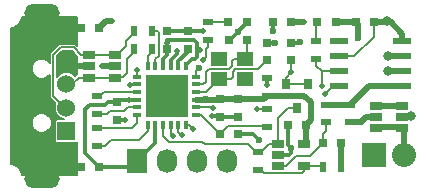
<source format=gbr>
G04 #@! TF.FileFunction,Copper,L1,Top,Signal*
%FSLAX46Y46*%
G04 Gerber Fmt 4.6, Leading zero omitted, Abs format (unit mm)*
G04 Created by KiCad (PCBNEW 4.0.5) date Monday, February 13, 2017 'AMt' 09:35:04 AM*
%MOMM*%
%LPD*%
G01*
G04 APERTURE LIST*
%ADD10C,0.100000*%
%ADD11R,0.750000X0.800000*%
%ADD12R,0.800000X0.750000*%
%ADD13R,0.800000X0.900000*%
%ADD14R,0.800000X0.800000*%
%ADD15R,1.060000X0.650000*%
%ADD16O,3.000000X1.500000*%
%ADD17R,1.524000X1.524000*%
%ADD18C,1.524000*%
%ADD19R,1.727200X2.032000*%
%ADD20O,1.727200X2.032000*%
%ADD21R,2.032000X2.032000*%
%ADD22O,2.032000X2.032000*%
%ADD23R,0.500000X0.900000*%
%ADD24R,0.900000X0.500000*%
%ADD25R,0.300000X0.800000*%
%ADD26R,0.800000X0.300000*%
%ADD27R,3.600000X3.600000*%
%ADD28R,1.550000X0.600000*%
%ADD29R,1.400000X1.200000*%
%ADD30C,0.600000*%
%ADD31C,0.500000*%
%ADD32C,0.800000*%
%ADD33C,0.500000*%
%ADD34C,0.300000*%
%ADD35C,0.160000*%
%ADD36C,0.200000*%
G04 APERTURE END LIST*
D10*
D11*
X103000000Y-68750000D03*
X103000000Y-67250000D03*
X107000000Y-62500000D03*
X107000000Y-64000000D03*
D12*
X114500000Y-60750000D03*
X116000000Y-60750000D03*
X103750000Y-62250000D03*
X105250000Y-62250000D03*
X104500000Y-70250000D03*
X103000000Y-70250000D03*
X91250000Y-61250000D03*
X92750000Y-61250000D03*
D11*
X100300000Y-61500000D03*
X100300000Y-63000000D03*
X109050000Y-62500000D03*
X109050000Y-64000000D03*
X104500000Y-68750000D03*
X104500000Y-67250000D03*
D12*
X108750000Y-69500000D03*
X110250000Y-69500000D03*
D11*
X94250000Y-69000000D03*
X94250000Y-67500000D03*
X98500000Y-61500000D03*
X98500000Y-63000000D03*
D12*
X113250000Y-71000000D03*
X111750000Y-71000000D03*
X107500000Y-60750000D03*
X109000000Y-60750000D03*
D13*
X110450000Y-66000000D03*
X108550000Y-66000000D03*
X109500000Y-68000000D03*
D14*
X103700000Y-60750000D03*
X105300000Y-60750000D03*
X111200000Y-60750000D03*
X112800000Y-60750000D03*
D15*
X91900000Y-63550000D03*
X91900000Y-64500000D03*
X91900000Y-65450000D03*
X94100000Y-65450000D03*
X94100000Y-63550000D03*
X94100000Y-64500000D03*
X116200000Y-67850000D03*
X116200000Y-68800000D03*
X116200000Y-69750000D03*
X118400000Y-69750000D03*
X118400000Y-67850000D03*
X118400000Y-68800000D03*
D16*
X87900000Y-60000000D03*
D17*
X90000000Y-70000000D03*
D18*
X90000000Y-68000000D03*
X90000000Y-66000000D03*
X90000000Y-64000000D03*
D16*
X87900000Y-74000000D03*
D19*
X96000000Y-72500000D03*
D20*
X98540000Y-72500000D03*
X101080000Y-72500000D03*
X103620000Y-72500000D03*
D21*
X116000000Y-72000000D03*
D22*
X118540000Y-72000000D03*
D23*
X95750000Y-61500000D03*
X97250000Y-61500000D03*
X95750000Y-63000000D03*
X97250000Y-63000000D03*
D24*
X107000000Y-68150000D03*
X107000000Y-69650000D03*
X106250000Y-71750000D03*
X106250000Y-73250000D03*
X107000000Y-67000000D03*
X107000000Y-65500000D03*
D23*
X111750000Y-73000000D03*
X113250000Y-73000000D03*
D24*
X92600000Y-71250000D03*
X92600000Y-69750000D03*
X92600000Y-67000000D03*
X92600000Y-68500000D03*
X112000000Y-69250000D03*
X112000000Y-67750000D03*
X102000000Y-62250000D03*
X102000000Y-60750000D03*
X111150000Y-63850000D03*
X111150000Y-62350000D03*
X114000000Y-67750000D03*
X114000000Y-69250000D03*
D25*
X96875000Y-69500000D03*
X97525000Y-69500000D03*
X98175000Y-69500000D03*
X98825000Y-69500000D03*
X99475000Y-69500000D03*
X100125000Y-69500000D03*
D26*
X101000000Y-68625000D03*
X101000000Y-67975000D03*
X101000000Y-67325000D03*
X101000000Y-66675000D03*
X101000000Y-66025000D03*
X101000000Y-65375000D03*
D25*
X100125000Y-64500000D03*
X99475000Y-64500000D03*
X98825000Y-64500000D03*
X98175000Y-64500000D03*
X97525000Y-64500000D03*
X96875000Y-64500000D03*
D26*
X96000000Y-65375000D03*
X96000000Y-66025000D03*
X96000000Y-66675000D03*
X96000000Y-67325000D03*
X96000000Y-67975000D03*
X96000000Y-68625000D03*
D27*
X98500000Y-67000000D03*
D15*
X107900000Y-71050000D03*
X107900000Y-72000000D03*
X107900000Y-72950000D03*
X110100000Y-72950000D03*
X110100000Y-71050000D03*
D28*
X113050000Y-62345000D03*
X113050000Y-63615000D03*
X113050000Y-64885000D03*
X113050000Y-66155000D03*
X118450000Y-66155000D03*
X118450000Y-64885000D03*
X118450000Y-63615000D03*
X118450000Y-62345000D03*
D29*
X102900000Y-65600000D03*
X105100000Y-65600000D03*
X105100000Y-63900000D03*
X102900000Y-63900000D03*
D12*
X91250000Y-73000000D03*
X92750000Y-73000000D03*
D30*
X88100000Y-63150000D03*
X90100000Y-60850000D03*
X113250000Y-71900000D03*
X114900000Y-69250000D03*
X114650000Y-62100000D03*
X107700000Y-62500000D03*
X107500000Y-61500000D03*
X109750000Y-62450000D03*
X104500000Y-61550000D03*
X109000000Y-71400000D03*
X106300000Y-70750000D03*
X90500000Y-73000000D03*
D31*
X101600000Y-61500000D03*
X99600000Y-66000000D03*
X102300000Y-68700000D03*
X99600000Y-68300000D03*
X97450000Y-68300000D03*
X95000000Y-69000000D03*
X99400000Y-63200000D03*
X93900000Y-60650000D03*
X93050000Y-64500000D03*
X110100000Y-60750000D03*
D32*
X119200000Y-68700000D03*
X117100000Y-60700000D03*
D31*
X99000000Y-70400000D03*
X109050000Y-65000000D03*
D30*
X101800000Y-67300000D03*
X101200000Y-64650000D03*
D31*
X98500000Y-62500000D03*
X95275000Y-67325000D03*
X106150000Y-68150000D03*
X106950000Y-66050000D03*
X101300000Y-63150000D03*
X117200000Y-67850000D03*
D32*
X117200000Y-64900000D03*
X117200000Y-63600000D03*
D31*
X96000000Y-64800000D03*
X95350000Y-66050000D03*
X101550000Y-64000000D03*
X102400000Y-68000000D03*
X111600000Y-66150000D03*
X100700000Y-69800000D03*
X111900000Y-66800000D03*
X99750000Y-70300000D03*
D33*
X87900000Y-60000000D02*
X87900000Y-62950000D01*
X87900000Y-62950000D02*
X88100000Y-63150000D01*
X91250000Y-61250000D02*
X90500000Y-61250000D01*
X90500000Y-61250000D02*
X90100000Y-60850000D01*
X113250000Y-71000000D02*
X113250000Y-71900000D01*
X113250000Y-71900000D02*
X113250000Y-73000000D01*
X116200000Y-68800000D02*
X115350000Y-68800000D01*
X114900000Y-69250000D02*
X114000000Y-69250000D01*
X115350000Y-68800000D02*
X114900000Y-69250000D01*
X112800000Y-60750000D02*
X114500000Y-60750000D01*
X114500000Y-60750000D02*
X114650000Y-60900000D01*
X114650000Y-60900000D02*
X114650000Y-62100000D01*
D34*
X107000000Y-62500000D02*
X107700000Y-62500000D01*
X107500000Y-60750000D02*
X107500000Y-61450000D01*
X107500000Y-61450000D02*
X107500000Y-61500000D01*
X109050000Y-62500000D02*
X109700000Y-62500000D01*
X109700000Y-62500000D02*
X109750000Y-62450000D01*
X105300000Y-60750000D02*
X104500000Y-61550000D01*
X104500000Y-61600000D02*
X104500000Y-61550000D01*
X104500000Y-61600000D02*
X103850000Y-62250000D01*
X103750000Y-62250000D02*
X103850000Y-62250000D01*
X107900000Y-72000000D02*
X108850000Y-72000000D01*
X108750000Y-71150000D02*
X109000000Y-71400000D01*
X108750000Y-71150000D02*
X108750000Y-69500000D01*
X109000000Y-71850000D02*
X109000000Y-71400000D01*
X108850000Y-72000000D02*
X109000000Y-71850000D01*
X104500000Y-70250000D02*
X105800000Y-70250000D01*
X105800000Y-70250000D02*
X106300000Y-70750000D01*
X91250000Y-73000000D02*
X90500000Y-73000000D01*
X98500000Y-61500000D02*
X100300000Y-61500000D01*
X100300000Y-61500000D02*
X101600000Y-61500000D01*
X99600000Y-66000000D02*
X98600000Y-67000000D01*
X98600000Y-67000000D02*
X98500000Y-67000000D01*
X104500000Y-68750000D02*
X103000000Y-68750000D01*
X103000000Y-68750000D02*
X102950000Y-68700000D01*
X102950000Y-68700000D02*
X102300000Y-68700000D01*
X99600000Y-68300000D02*
X98500000Y-67200000D01*
X98500000Y-67200000D02*
X98500000Y-67000000D01*
X97450000Y-68300000D02*
X98500000Y-67250000D01*
X98500000Y-67250000D02*
X98500000Y-67000000D01*
X94250000Y-69000000D02*
X95000000Y-69000000D01*
D33*
X91200000Y-61200000D02*
X91250000Y-61250000D01*
X91900000Y-64500000D02*
X90500000Y-64500000D01*
X90500000Y-64500000D02*
X90000000Y-64000000D01*
D35*
X101000000Y-66675000D02*
X101825000Y-66675000D01*
X101825000Y-66675000D02*
X102900000Y-65600000D01*
X102900000Y-65600000D02*
X103900000Y-65600000D01*
X103900000Y-65600000D02*
X104100000Y-65400000D01*
X104100000Y-65400000D02*
X104100000Y-64950000D01*
X104100000Y-64950000D02*
X104300000Y-64750000D01*
X104300000Y-64750000D02*
X106250000Y-64750000D01*
X106250000Y-64750000D02*
X107000000Y-64000000D01*
D34*
X98825000Y-64500000D02*
X98825000Y-63975000D01*
X99350000Y-63250000D02*
X99400000Y-63200000D01*
X99350000Y-63450000D02*
X99350000Y-63250000D01*
X98825000Y-63975000D02*
X99350000Y-63450000D01*
D33*
X92750000Y-61250000D02*
X93350000Y-60650000D01*
X93350000Y-60650000D02*
X93900000Y-60650000D01*
X94100000Y-64500000D02*
X93050000Y-64500000D01*
X110100000Y-60750000D02*
X109000000Y-60750000D01*
D35*
X116000000Y-60750000D02*
X116000000Y-62000000D01*
X114385000Y-63615000D02*
X113050000Y-63615000D01*
X116000000Y-62000000D02*
X114385000Y-63615000D01*
D33*
X117100000Y-60700000D02*
X117400000Y-60700000D01*
X118450000Y-61750000D02*
X118450000Y-62345000D01*
X117400000Y-60700000D02*
X118450000Y-61750000D01*
X116000000Y-60750000D02*
X117050000Y-60750000D01*
X119200000Y-68700000D02*
X118400000Y-68700000D01*
X117050000Y-60750000D02*
X117100000Y-60700000D01*
D35*
X102050000Y-64750000D02*
X103800000Y-64750000D01*
X101575000Y-66025000D02*
X101800000Y-65800000D01*
X101800000Y-65800000D02*
X101800000Y-65000000D01*
X101800000Y-65000000D02*
X102050000Y-64750000D01*
X101000000Y-66025000D02*
X101575000Y-66025000D01*
X104200000Y-63900000D02*
X105100000Y-63900000D01*
X104050000Y-64050000D02*
X104200000Y-63900000D01*
X104050000Y-64500000D02*
X104050000Y-64050000D01*
X103800000Y-64750000D02*
X104050000Y-64500000D01*
X105100000Y-63900000D02*
X105250000Y-63750000D01*
X105250000Y-63750000D02*
X105250000Y-62250000D01*
X103000000Y-70250000D02*
X103700000Y-69550000D01*
X103700000Y-69550000D02*
X106900000Y-69550000D01*
X106900000Y-69550000D02*
X107000000Y-69650000D01*
X101000000Y-68625000D02*
X101375000Y-68625000D01*
X101375000Y-68625000D02*
X103000000Y-70250000D01*
X103000000Y-70250000D02*
X103050000Y-70250000D01*
D34*
X99475000Y-64500000D02*
X99475000Y-64075000D01*
X99475000Y-64075000D02*
X100300000Y-63250000D01*
X100300000Y-63250000D02*
X100300000Y-63000000D01*
D35*
X98825000Y-70225000D02*
X99000000Y-70400000D01*
X98825000Y-70225000D02*
X98825000Y-69500000D01*
X109050000Y-65000000D02*
X109000000Y-65000000D01*
X108550000Y-65450000D02*
X108550000Y-66000000D01*
X109000000Y-65000000D02*
X108550000Y-65450000D01*
X109050000Y-65000000D02*
X109050000Y-64000000D01*
X110450000Y-66000000D02*
X108550000Y-66000000D01*
D33*
X110250000Y-69500000D02*
X110250000Y-70900000D01*
X110250000Y-70900000D02*
X110100000Y-71050000D01*
X104500000Y-67250000D02*
X106750000Y-67250000D01*
X106750000Y-67250000D02*
X107000000Y-67000000D01*
X103000000Y-67250000D02*
X104500000Y-67250000D01*
D36*
X101000000Y-65375000D02*
X101000000Y-64850000D01*
X101850000Y-67250000D02*
X103000000Y-67250000D01*
X101800000Y-67300000D02*
X101850000Y-67250000D01*
X101000000Y-64850000D02*
X101200000Y-64650000D01*
D33*
X107000000Y-67000000D02*
X110150000Y-67000000D01*
X110700000Y-69050000D02*
X110250000Y-69500000D01*
X110700000Y-67550000D02*
X110700000Y-69050000D01*
X110150000Y-67000000D02*
X110700000Y-67550000D01*
X101000000Y-67325000D02*
X102925000Y-67325000D01*
X102925000Y-67325000D02*
X103000000Y-67250000D01*
X106750000Y-67250000D02*
X107000000Y-67000000D01*
D34*
X94250000Y-67500000D02*
X93500000Y-67500000D01*
X91600000Y-71850000D02*
X92750000Y-73000000D01*
X91600000Y-68150000D02*
X91600000Y-71850000D01*
X92000000Y-67750000D02*
X91600000Y-68150000D01*
X93250000Y-67750000D02*
X92000000Y-67750000D01*
X93500000Y-67500000D02*
X93250000Y-67750000D01*
X98500000Y-63000000D02*
X98500000Y-62500000D01*
X96000000Y-67325000D02*
X95275000Y-67325000D01*
D35*
X107000000Y-68150000D02*
X106150000Y-68150000D01*
D34*
X101050000Y-63150000D02*
X101300000Y-63150000D01*
X107000000Y-66000000D02*
X107000000Y-65500000D01*
X106950000Y-66050000D02*
X107000000Y-66000000D01*
X100125000Y-64500000D02*
X100125000Y-64375000D01*
X100125000Y-64375000D02*
X100650000Y-63850000D01*
X100650000Y-63850000D02*
X100900000Y-63850000D01*
X100900000Y-63850000D02*
X101050000Y-63700000D01*
X101050000Y-63700000D02*
X101050000Y-63150000D01*
X101050000Y-63150000D02*
X101050000Y-62500000D01*
X101050000Y-62500000D02*
X100800000Y-62250000D01*
X100800000Y-62250000D02*
X98550000Y-62250000D01*
X98550000Y-62250000D02*
X98500000Y-62300000D01*
X92750000Y-73000000D02*
X95500000Y-73000000D01*
X95500000Y-73000000D02*
X96000000Y-72500000D01*
X97525000Y-69500000D02*
X97525000Y-70975000D01*
X97525000Y-70975000D02*
X96000000Y-72500000D01*
X96000000Y-67325000D02*
X94425000Y-67325000D01*
X94425000Y-67325000D02*
X94250000Y-67500000D01*
X98175000Y-64500000D02*
X98175000Y-63875000D01*
X98500000Y-63550000D02*
X98500000Y-62300000D01*
X98175000Y-63875000D02*
X98500000Y-63550000D01*
D35*
X112000000Y-69250000D02*
X112000000Y-70000000D01*
X111750000Y-70250000D02*
X111750000Y-71000000D01*
X112000000Y-70000000D02*
X111750000Y-70250000D01*
X107900000Y-72950000D02*
X108600000Y-72950000D01*
X110650000Y-72100000D02*
X111750000Y-71000000D01*
X109450000Y-72100000D02*
X110650000Y-72100000D01*
X108600000Y-72950000D02*
X109450000Y-72100000D01*
X109500000Y-68000000D02*
X108750000Y-68000000D01*
X107900000Y-68850000D02*
X107900000Y-71050000D01*
X108750000Y-68000000D02*
X107900000Y-68850000D01*
X99900000Y-70900000D02*
X101500000Y-70900000D01*
X105400000Y-71100000D02*
X106050000Y-71750000D01*
X101700000Y-71100000D02*
X105400000Y-71100000D01*
X101500000Y-70900000D02*
X101700000Y-71100000D01*
X106050000Y-71750000D02*
X106250000Y-71750000D01*
X106250000Y-71750000D02*
X106450000Y-71750000D01*
X106450000Y-71750000D02*
X107150000Y-71050000D01*
X107150000Y-71050000D02*
X107900000Y-71050000D01*
X98175000Y-69500000D02*
X98175000Y-70375000D01*
X98700000Y-70900000D02*
X99900000Y-70900000D01*
X99900000Y-70900000D02*
X100000000Y-70900000D01*
X98175000Y-70375000D02*
X98700000Y-70900000D01*
X102000000Y-60750000D02*
X103700000Y-60750000D01*
X111150000Y-62350000D02*
X111150000Y-60800000D01*
X111150000Y-60800000D02*
X111200000Y-60750000D01*
X91900000Y-63550000D02*
X94100000Y-63550000D01*
X91900000Y-63550000D02*
X91250000Y-63550000D01*
X90600000Y-62900000D02*
X91250000Y-63550000D01*
X89500000Y-62900000D02*
X90600000Y-62900000D01*
X88900000Y-63500000D02*
X89500000Y-62900000D01*
X88900000Y-67000000D02*
X88900000Y-63500000D01*
X88900000Y-67000000D02*
X89900000Y-68000000D01*
X95073724Y-62773724D02*
X95073724Y-62326276D01*
X94297448Y-63550000D02*
X95073724Y-62773724D01*
X95073724Y-62326276D02*
X95750000Y-61650000D01*
X95750000Y-61650000D02*
X95750000Y-61500000D01*
X94100000Y-63550000D02*
X94297448Y-63550000D01*
X90000000Y-68000000D02*
X89900000Y-68000000D01*
X95100000Y-65100000D02*
X95100000Y-63900000D01*
X94800000Y-65400000D02*
X95100000Y-65100000D01*
X94150000Y-65400000D02*
X94800000Y-65400000D01*
X95100000Y-63900000D02*
X95750000Y-63250000D01*
X95750000Y-63250000D02*
X95750000Y-63000000D01*
X90000000Y-66000000D02*
X90500000Y-66000000D01*
X90500000Y-66000000D02*
X91050000Y-65450000D01*
X91050000Y-65450000D02*
X91900000Y-65450000D01*
X91900000Y-65450000D02*
X94100000Y-65450000D01*
X94100000Y-65450000D02*
X94150000Y-65400000D01*
D33*
X117200000Y-67850000D02*
X118400000Y-67850000D01*
X116200000Y-67850000D02*
X117200000Y-67850000D01*
X117215000Y-64885000D02*
X117200000Y-64900000D01*
X118450000Y-64885000D02*
X117215000Y-64885000D01*
X117215000Y-63615000D02*
X117200000Y-63600000D01*
X118450000Y-63615000D02*
X117215000Y-63615000D01*
X116200000Y-69650000D02*
X118400000Y-69650000D01*
X118540000Y-72000000D02*
X118540000Y-69790000D01*
X118540000Y-69790000D02*
X118400000Y-69650000D01*
D35*
X96000000Y-65375000D02*
X96000000Y-64800000D01*
X96000000Y-66025000D02*
X95375000Y-66025000D01*
X95375000Y-66025000D02*
X95350000Y-66050000D01*
X97525000Y-64500000D02*
X97525000Y-63875000D01*
X97700000Y-61500000D02*
X97250000Y-61500000D01*
X97800000Y-61600000D02*
X97700000Y-61500000D01*
X97800000Y-61800000D02*
X97800000Y-61600000D01*
X97800000Y-63600000D02*
X97800000Y-61800000D01*
X97525000Y-63875000D02*
X97800000Y-63600000D01*
X97250000Y-63000000D02*
X97250000Y-63250000D01*
X97250000Y-63250000D02*
X96875000Y-63625000D01*
X96875000Y-63625000D02*
X96875000Y-64500000D01*
X107300000Y-73550000D02*
X106750000Y-73550000D01*
X110100000Y-72950000D02*
X110100000Y-73400000D01*
X109950000Y-73550000D02*
X110100000Y-73400000D01*
X107300000Y-73550000D02*
X109950000Y-73550000D01*
X106750000Y-73550000D02*
X106450000Y-73250000D01*
X106450000Y-73250000D02*
X106250000Y-73250000D01*
X110100000Y-72950000D02*
X111700000Y-72950000D01*
X111700000Y-72950000D02*
X111750000Y-73000000D01*
X92600000Y-71250000D02*
X93250000Y-71250000D01*
X96150000Y-70700000D02*
X96875000Y-69975000D01*
X93800000Y-70700000D02*
X96150000Y-70700000D01*
X93250000Y-71250000D02*
X93800000Y-70700000D01*
X96875000Y-69975000D02*
X96875000Y-69500000D01*
X92250000Y-71250000D02*
X92400000Y-71250000D01*
X96875000Y-69975000D02*
X96875000Y-69500000D01*
X92600000Y-69750000D02*
X95550000Y-69750000D01*
X95550000Y-69750000D02*
X96000000Y-69300000D01*
X96000000Y-69300000D02*
X96000000Y-68625000D01*
X96000000Y-66675000D02*
X93175000Y-66675000D01*
X93175000Y-66675000D02*
X92850000Y-67000000D01*
X92850000Y-67000000D02*
X92600000Y-67000000D01*
X92250000Y-67000000D02*
X92550000Y-67000000D01*
X94900000Y-68250000D02*
X93700000Y-68250000D01*
X94900000Y-68250000D02*
X95175000Y-67975000D01*
X96000000Y-67975000D02*
X95175000Y-67975000D01*
X93450000Y-68500000D02*
X92600000Y-68500000D01*
X93700000Y-68250000D02*
X93450000Y-68500000D01*
D33*
X112000000Y-67750000D02*
X114000000Y-67750000D01*
X114000000Y-67750000D02*
X115595000Y-66155000D01*
X115595000Y-66155000D02*
X118450000Y-66155000D01*
D35*
X101000000Y-67975000D02*
X102375000Y-67975000D01*
X102000000Y-62850000D02*
X101800000Y-63050000D01*
X101800000Y-63050000D02*
X101800000Y-63750000D01*
X101800000Y-63750000D02*
X101550000Y-64000000D01*
X102000000Y-62650000D02*
X102000000Y-62250000D01*
X102000000Y-62650000D02*
X102000000Y-62850000D01*
X102375000Y-67975000D02*
X102400000Y-68000000D01*
X100125000Y-69500000D02*
X100400000Y-69500000D01*
X111600000Y-66150000D02*
X111600000Y-64900000D01*
X100400000Y-69500000D02*
X100700000Y-69800000D01*
X111600000Y-64900000D02*
X113035000Y-64900000D01*
X113035000Y-64900000D02*
X113050000Y-64885000D01*
X111150000Y-64450000D02*
X111150000Y-63850000D01*
X111600000Y-64900000D02*
X111150000Y-64450000D01*
X99475000Y-69500000D02*
X99475000Y-70025000D01*
X111900000Y-66800000D02*
X112545000Y-66155000D01*
X99475000Y-70025000D02*
X99750000Y-70300000D01*
X112545000Y-66155000D02*
X113050000Y-66155000D01*
G36*
X90920000Y-62767452D02*
X90826274Y-62673726D01*
X90795038Y-62652855D01*
X90722459Y-62604359D01*
X90600000Y-62580000D01*
X89500000Y-62580000D01*
X89377541Y-62604359D01*
X89304962Y-62652855D01*
X89273726Y-62673726D01*
X88673726Y-63273726D01*
X88604359Y-63377541D01*
X88580000Y-63500000D01*
X88580000Y-64192210D01*
X88376443Y-63988298D01*
X88067819Y-63860146D01*
X87733647Y-63859854D01*
X87424800Y-63987467D01*
X87188298Y-64223557D01*
X87060146Y-64532181D01*
X87059854Y-64866353D01*
X87187467Y-65175200D01*
X87423557Y-65411702D01*
X87732181Y-65539854D01*
X88066353Y-65540146D01*
X88375200Y-65412533D01*
X88580000Y-65208090D01*
X88580000Y-67000000D01*
X88604359Y-67122459D01*
X88623457Y-67151041D01*
X88673726Y-67226274D01*
X89071260Y-67623808D01*
X88998175Y-67799816D01*
X88997827Y-68198436D01*
X89150051Y-68566846D01*
X89431672Y-68848959D01*
X89779283Y-68993299D01*
X89238000Y-68993299D01*
X89149062Y-69010034D01*
X89067377Y-69062596D01*
X89012578Y-69142798D01*
X88993299Y-69238000D01*
X88993299Y-70762000D01*
X89010034Y-70850938D01*
X89062596Y-70932623D01*
X89142798Y-70987422D01*
X89238000Y-71006701D01*
X90762000Y-71006701D01*
X90850938Y-70989966D01*
X90920000Y-70945527D01*
X90920000Y-73685000D01*
X86258514Y-73685000D01*
X86232827Y-73555864D01*
X86232389Y-73554806D01*
X86185793Y-73442312D01*
X85969020Y-73117888D01*
X85882112Y-73030980D01*
X85882109Y-73030979D01*
X85557688Y-72814207D01*
X85444137Y-72767173D01*
X85444136Y-72767173D01*
X85315000Y-72741486D01*
X85315000Y-69466353D01*
X87059854Y-69466353D01*
X87187467Y-69775200D01*
X87423557Y-70011702D01*
X87732181Y-70139854D01*
X88066353Y-70140146D01*
X88375200Y-70012533D01*
X88611702Y-69776443D01*
X88739854Y-69467819D01*
X88740146Y-69133647D01*
X88612533Y-68824800D01*
X88376443Y-68588298D01*
X88067819Y-68460146D01*
X87733647Y-68459854D01*
X87424800Y-68587467D01*
X87188298Y-68823557D01*
X87060146Y-69132181D01*
X87059854Y-69466353D01*
X85315000Y-69466353D01*
X85315000Y-61258514D01*
X85444136Y-61232827D01*
X85444137Y-61232827D01*
X85557688Y-61185793D01*
X85882109Y-60969021D01*
X85882112Y-60969020D01*
X85969020Y-60882112D01*
X86137497Y-60629968D01*
X86161458Y-60601215D01*
X86174278Y-60579711D01*
X86179051Y-60567778D01*
X86185793Y-60557688D01*
X86232827Y-60444137D01*
X86232827Y-60444136D01*
X86237099Y-60422658D01*
X86274278Y-60329711D01*
X86277111Y-60315000D01*
X90920000Y-60315000D01*
X90920000Y-62767452D01*
X90920000Y-62767452D01*
G37*
X90920000Y-62767452D02*
X90826274Y-62673726D01*
X90795038Y-62652855D01*
X90722459Y-62604359D01*
X90600000Y-62580000D01*
X89500000Y-62580000D01*
X89377541Y-62604359D01*
X89304962Y-62652855D01*
X89273726Y-62673726D01*
X88673726Y-63273726D01*
X88604359Y-63377541D01*
X88580000Y-63500000D01*
X88580000Y-64192210D01*
X88376443Y-63988298D01*
X88067819Y-63860146D01*
X87733647Y-63859854D01*
X87424800Y-63987467D01*
X87188298Y-64223557D01*
X87060146Y-64532181D01*
X87059854Y-64866353D01*
X87187467Y-65175200D01*
X87423557Y-65411702D01*
X87732181Y-65539854D01*
X88066353Y-65540146D01*
X88375200Y-65412533D01*
X88580000Y-65208090D01*
X88580000Y-67000000D01*
X88604359Y-67122459D01*
X88623457Y-67151041D01*
X88673726Y-67226274D01*
X89071260Y-67623808D01*
X88998175Y-67799816D01*
X88997827Y-68198436D01*
X89150051Y-68566846D01*
X89431672Y-68848959D01*
X89779283Y-68993299D01*
X89238000Y-68993299D01*
X89149062Y-69010034D01*
X89067377Y-69062596D01*
X89012578Y-69142798D01*
X88993299Y-69238000D01*
X88993299Y-70762000D01*
X89010034Y-70850938D01*
X89062596Y-70932623D01*
X89142798Y-70987422D01*
X89238000Y-71006701D01*
X90762000Y-71006701D01*
X90850938Y-70989966D01*
X90920000Y-70945527D01*
X90920000Y-73685000D01*
X86258514Y-73685000D01*
X86232827Y-73555864D01*
X86232389Y-73554806D01*
X86185793Y-73442312D01*
X85969020Y-73117888D01*
X85882112Y-73030980D01*
X85882109Y-73030979D01*
X85557688Y-72814207D01*
X85444137Y-72767173D01*
X85444136Y-72767173D01*
X85315000Y-72741486D01*
X85315000Y-69466353D01*
X87059854Y-69466353D01*
X87187467Y-69775200D01*
X87423557Y-70011702D01*
X87732181Y-70139854D01*
X88066353Y-70140146D01*
X88375200Y-70012533D01*
X88611702Y-69776443D01*
X88739854Y-69467819D01*
X88740146Y-69133647D01*
X88612533Y-68824800D01*
X88376443Y-68588298D01*
X88067819Y-68460146D01*
X87733647Y-68459854D01*
X87424800Y-68587467D01*
X87188298Y-68823557D01*
X87060146Y-69132181D01*
X87059854Y-69466353D01*
X85315000Y-69466353D01*
X85315000Y-61258514D01*
X85444136Y-61232827D01*
X85444137Y-61232827D01*
X85557688Y-61185793D01*
X85882109Y-60969021D01*
X85882112Y-60969020D01*
X85969020Y-60882112D01*
X86137497Y-60629968D01*
X86161458Y-60601215D01*
X86174278Y-60579711D01*
X86179051Y-60567778D01*
X86185793Y-60557688D01*
X86232827Y-60444137D01*
X86232827Y-60444136D01*
X86237099Y-60422658D01*
X86274278Y-60329711D01*
X86277111Y-60315000D01*
X90920000Y-60315000D01*
X90920000Y-62767452D01*
G36*
X90920000Y-63672548D02*
X90920000Y-65159398D01*
X90823726Y-65223726D01*
X90732226Y-65315226D01*
X90568328Y-65151041D01*
X90200184Y-64998175D01*
X89801564Y-64997827D01*
X89433154Y-65150051D01*
X89220000Y-65362833D01*
X89220000Y-63632548D01*
X89632548Y-63220000D01*
X90467452Y-63220000D01*
X90920000Y-63672548D01*
X90920000Y-63672548D01*
G37*
X90920000Y-63672548D02*
X90920000Y-65159398D01*
X90823726Y-65223726D01*
X90732226Y-65315226D01*
X90568328Y-65151041D01*
X90200184Y-64998175D01*
X89801564Y-64997827D01*
X89433154Y-65150051D01*
X89220000Y-65362833D01*
X89220000Y-63632548D01*
X89632548Y-63220000D01*
X90467452Y-63220000D01*
X90920000Y-63672548D01*
M02*

</source>
